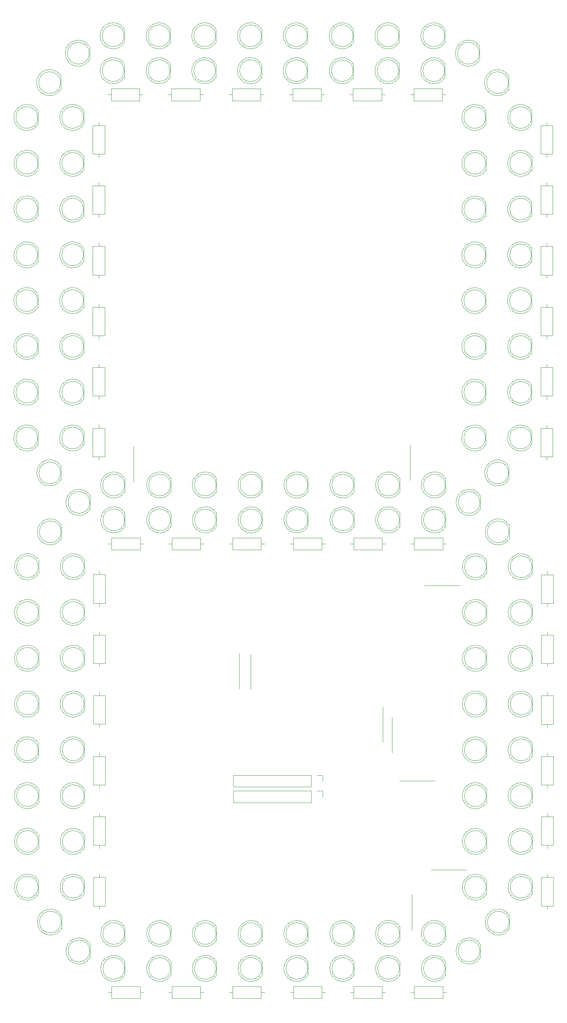
<source format=gto>
%TF.GenerationSoftware,KiCad,Pcbnew,(6.0.6)*%
%TF.CreationDate,2022-10-07T01:39:02+08:00*%
%TF.ProjectId,7SegmentDisplay_DualLine_NoDriver_8Inches,37536567-6d65-46e7-9444-6973706c6179,rev?*%
%TF.SameCoordinates,Original*%
%TF.FileFunction,Legend,Top*%
%TF.FilePolarity,Positive*%
%FSLAX46Y46*%
G04 Gerber Fmt 4.6, Leading zero omitted, Abs format (unit mm)*
G04 Created by KiCad (PCBNEW (6.0.6)) date 2022-10-07 01:39:02*
%MOMM*%
%LPD*%
G01*
G04 APERTURE LIST*
%ADD10C,0.120000*%
%ADD11R,1.800000X1.800000*%
%ADD12C,1.800000*%
%ADD13C,1.600000*%
%ADD14O,1.600000X1.600000*%
%ADD15C,1.400000*%
%ADD16O,1.400000X1.400000*%
%ADD17C,0.900000*%
%ADD18C,8.000000*%
%ADD19R,1.700000X1.700000*%
%ADD20O,1.700000X1.700000*%
G04 APERTURE END LIST*
D10*
%TO.C,REF\u002A\u002A*%
X408907500Y-84775000D02*
X408907500Y-81685000D01*
X408907500Y-81685170D02*
G75*
G03*
X403357500Y-83230462I-2560000J-1544830D01*
G01*
X403357500Y-83229538D02*
G75*
G03*
X408907500Y-84774830I2990000J-462D01*
G01*
X408847500Y-83230000D02*
G75*
G03*
X408847500Y-83230000I-2500000J0D01*
G01*
X326062500Y-177015000D02*
X326062500Y-173925000D01*
X326062500Y-173925170D02*
G75*
G03*
X320512500Y-175470462I-2560000J-1544830D01*
G01*
X320512500Y-175469538D02*
G75*
G03*
X326062500Y-177014830I2990000J-462D01*
G01*
X326002500Y-175470000D02*
G75*
G03*
X326002500Y-175470000I-2500000J0D01*
G01*
X325945000Y-21495000D02*
X325945000Y-18405000D01*
X320395000Y-19949538D02*
G75*
G03*
X325945000Y-21494830I2990000J-462D01*
G01*
X325945000Y-18405170D02*
G75*
G03*
X320395000Y-19950462I-2560000J-1544830D01*
G01*
X325885000Y-19950000D02*
G75*
G03*
X325885000Y-19950000I-2500000J0D01*
G01*
X326077500Y-156015000D02*
X326077500Y-152925000D01*
X326077500Y-152925170D02*
G75*
G03*
X320527500Y-154470462I-2560000J-1544830D01*
G01*
X320527500Y-154469538D02*
G75*
G03*
X326077500Y-156014830I2990000J-462D01*
G01*
X326017500Y-154470000D02*
G75*
G03*
X326017500Y-154470000I-2500000J0D01*
G01*
X419405000Y-195645000D02*
X419405000Y-192555000D01*
X413855000Y-194099538D02*
G75*
G03*
X419405000Y-195644830I2990000J-462D01*
G01*
X419405000Y-192555170D02*
G75*
G03*
X413855000Y-194100462I-2560000J-1544830D01*
G01*
X419345000Y-194100000D02*
G75*
G03*
X419345000Y-194100000I-2500000J0D01*
G01*
X427365000Y-191645000D02*
X427365000Y-188555000D01*
X427365000Y-188555170D02*
G75*
G03*
X421815000Y-190100462I-2560000J-1544830D01*
G01*
X421815000Y-190099538D02*
G75*
G03*
X427365000Y-191644830I2990000J-462D01*
G01*
X427305000Y-190100000D02*
G75*
G03*
X427305000Y-190100000I-2500000J0D01*
G01*
X341382500Y-138070000D02*
X341382500Y-131530000D01*
X338642500Y-138070000D02*
X341382500Y-138070000D01*
X340012500Y-138840000D02*
X340012500Y-138070000D01*
X340012500Y-130760000D02*
X340012500Y-131530000D01*
X338642500Y-131530000D02*
X338642500Y-138070000D01*
X341382500Y-131530000D02*
X338642500Y-131530000D01*
X325945000Y-31995000D02*
X325945000Y-28905000D01*
X320395000Y-30449538D02*
G75*
G03*
X325945000Y-31994830I2990000J-462D01*
G01*
X325945000Y-28905170D02*
G75*
G03*
X320395000Y-30450462I-2560000J-1544830D01*
G01*
X325885000Y-30450000D02*
G75*
G03*
X325885000Y-30450000I-2500000J0D01*
G01*
X428680000Y-505000D02*
X428680000Y2585000D01*
X423130000Y1040462D02*
G75*
G03*
X428680000Y-504830I2990000J-462D01*
G01*
X428680000Y2584830D02*
G75*
G03*
X423130000Y1039538I-2560000J-1544830D01*
G01*
X428620000Y1040000D02*
G75*
G03*
X428620000Y1040000I-2500000J0D01*
G01*
X439165000Y-42505000D02*
X439165000Y-39415000D01*
X439165000Y-39415170D02*
G75*
G03*
X433615000Y-40960462I-2560000J-1544830D01*
G01*
X433615000Y-40959538D02*
G75*
G03*
X439165000Y-42504830I2990000J-462D01*
G01*
X439105000Y-40960000D02*
G75*
G03*
X439105000Y-40960000I-2500000J0D01*
G01*
X356275000Y18245000D02*
X356275000Y21335000D01*
X350725000Y19790462D02*
G75*
G03*
X356275000Y18245170I2990000J-462D01*
G01*
X356275000Y21334830D02*
G75*
G03*
X350725000Y19789538I-2560000J-1544830D01*
G01*
X356215000Y19790000D02*
G75*
G03*
X356215000Y19790000I-2500000J0D01*
G01*
X408775000Y18245000D02*
X408775000Y21335000D01*
X408775000Y21334830D02*
G75*
G03*
X403225000Y19789538I-2560000J-1544830D01*
G01*
X403225000Y19790462D02*
G75*
G03*
X408775000Y18245170I2990000J-462D01*
G01*
X408715000Y19790000D02*
G75*
G03*
X408715000Y19790000I-2500000J0D01*
G01*
X336445000Y-31995000D02*
X336445000Y-28905000D01*
X336445000Y-28905170D02*
G75*
G03*
X330895000Y-30450462I-2560000J-1544830D01*
G01*
X330895000Y-30449538D02*
G75*
G03*
X336445000Y-31994830I2990000J-462D01*
G01*
X336385000Y-30450000D02*
G75*
G03*
X336385000Y-30450000I-2500000J0D01*
G01*
X398405000Y-195645000D02*
X398405000Y-192555000D01*
X398405000Y-192555170D02*
G75*
G03*
X392855000Y-194100462I-2560000J-1544830D01*
G01*
X392855000Y-194099538D02*
G75*
G03*
X398405000Y-195644830I2990000J-462D01*
G01*
X398345000Y-194100000D02*
G75*
G03*
X398345000Y-194100000I-2500000J0D01*
G01*
X419405000Y-187645000D02*
X419405000Y-184555000D01*
X413855000Y-186099538D02*
G75*
G03*
X419405000Y-187644830I2990000J-462D01*
G01*
X419405000Y-184555170D02*
G75*
G03*
X413855000Y-186100462I-2560000J-1544830D01*
G01*
X419345000Y-186100000D02*
G75*
G03*
X419345000Y-186100000I-2500000J0D01*
G01*
X442615000Y-49750000D02*
X442615000Y-48980000D01*
X441245000Y-48980000D02*
X443985000Y-48980000D01*
X442615000Y-41670000D02*
X442615000Y-42440000D01*
X443985000Y-48980000D02*
X443985000Y-42440000D01*
X443985000Y-42440000D02*
X441245000Y-42440000D01*
X441245000Y-42440000D02*
X441245000Y-48980000D01*
X428797500Y-177025000D02*
X428797500Y-173935000D01*
X423247500Y-175479538D02*
G75*
G03*
X428797500Y-177024830I2990000J-462D01*
G01*
X428797500Y-173935170D02*
G75*
G03*
X423247500Y-175480462I-2560000J-1544830D01*
G01*
X428737500Y-175480000D02*
G75*
G03*
X428737500Y-175480000I-2500000J0D01*
G01*
X428665000Y-42505000D02*
X428665000Y-39415000D01*
X428665000Y-39415170D02*
G75*
G03*
X423115000Y-40960462I-2560000J-1544830D01*
G01*
X423115000Y-40959538D02*
G75*
G03*
X428665000Y-42504830I2990000J-462D01*
G01*
X428605000Y-40960000D02*
G75*
G03*
X428605000Y-40960000I-2500000J0D01*
G01*
X428812500Y-166525000D02*
X428812500Y-163435000D01*
X428812500Y-163435170D02*
G75*
G03*
X423262500Y-164980462I-2560000J-1544830D01*
G01*
X423262500Y-164979538D02*
G75*
G03*
X428812500Y-166524830I2990000J-462D01*
G01*
X428752500Y-164980000D02*
G75*
G03*
X428752500Y-164980000I-2500000J0D01*
G01*
X331170000Y7505000D02*
X331170000Y10595000D01*
X331170000Y10594830D02*
G75*
G03*
X325620000Y9049538I-2560000J-1544830D01*
G01*
X325620000Y9050462D02*
G75*
G03*
X331170000Y7505170I2990000J-462D01*
G01*
X331110000Y9050000D02*
G75*
G03*
X331110000Y9050000I-2500000J0D01*
G01*
X398407500Y-84775000D02*
X398407500Y-81685000D01*
X392857500Y-83229538D02*
G75*
G03*
X398407500Y-84774830I2990000J-462D01*
G01*
X398407500Y-81685170D02*
G75*
G03*
X392857500Y-83230462I-2560000J-1544830D01*
G01*
X398347500Y-83230000D02*
G75*
G03*
X398347500Y-83230000I-2500000J0D01*
G01*
X441245000Y-28520000D02*
X441245000Y-35060000D01*
X443985000Y-35060000D02*
X443985000Y-28520000D01*
X441245000Y-35060000D02*
X443985000Y-35060000D01*
X442615000Y-27750000D02*
X442615000Y-28520000D01*
X443985000Y-28520000D02*
X441245000Y-28520000D01*
X442615000Y-35830000D02*
X442615000Y-35060000D01*
X377235000Y18245000D02*
X377235000Y21335000D01*
X371685000Y19790462D02*
G75*
G03*
X377235000Y18245170I2990000J-462D01*
G01*
X377235000Y21334830D02*
G75*
G03*
X371685000Y19789538I-2560000J-1544830D01*
G01*
X377175000Y19790000D02*
G75*
G03*
X377175000Y19790000I-2500000J0D01*
G01*
X441245000Y-76730000D02*
X443985000Y-76730000D01*
X441245000Y-70190000D02*
X441245000Y-76730000D01*
X443985000Y-76730000D02*
X443985000Y-70190000D01*
X442615000Y-77500000D02*
X442615000Y-76730000D01*
X443985000Y-70190000D02*
X441245000Y-70190000D01*
X442615000Y-69420000D02*
X442615000Y-70190000D01*
X387735000Y18245000D02*
X387735000Y21335000D01*
X387735000Y21334830D02*
G75*
G03*
X382185000Y19789538I-2560000J-1544830D01*
G01*
X382185000Y19790462D02*
G75*
G03*
X387735000Y18245170I2990000J-462D01*
G01*
X387675000Y19790000D02*
G75*
G03*
X387675000Y19790000I-2500000J0D01*
G01*
X347830000Y-82464000D02*
X347830000Y-74336000D01*
X356275000Y10245000D02*
X356275000Y13335000D01*
X350725000Y11790462D02*
G75*
G03*
X356275000Y10245170I2990000J-462D01*
G01*
X356275000Y13334830D02*
G75*
G03*
X350725000Y11789538I-2560000J-1544830D01*
G01*
X356215000Y11790000D02*
G75*
G03*
X356215000Y11790000I-2500000J0D01*
G01*
X428812500Y-124525000D02*
X428812500Y-121435000D01*
X423262500Y-122979538D02*
G75*
G03*
X428812500Y-124524830I2990000J-462D01*
G01*
X428812500Y-121435170D02*
G75*
G03*
X423262500Y-122980462I-2560000J-1544830D01*
G01*
X428752500Y-122980000D02*
G75*
G03*
X428752500Y-122980000I-2500000J0D01*
G01*
X338510000Y-70180000D02*
X338510000Y-76720000D01*
X341250000Y-70180000D02*
X338510000Y-70180000D01*
X339880000Y-77490000D02*
X339880000Y-76720000D01*
X338510000Y-76720000D02*
X341250000Y-76720000D01*
X341250000Y-76720000D02*
X341250000Y-70180000D01*
X339880000Y-69410000D02*
X339880000Y-70180000D01*
X337890000Y-191645000D02*
X337890000Y-188555000D01*
X332340000Y-190099538D02*
G75*
G03*
X337890000Y-191644830I2990000J-462D01*
G01*
X337890000Y-188555170D02*
G75*
G03*
X332340000Y-190100462I-2560000J-1544830D01*
G01*
X337830000Y-190100000D02*
G75*
G03*
X337830000Y-190100000I-2500000J0D01*
G01*
X341382500Y-103780000D02*
X338642500Y-103780000D01*
X340012500Y-111090000D02*
X340012500Y-110320000D01*
X338642500Y-103780000D02*
X338642500Y-110320000D01*
X341382500Y-110320000D02*
X341382500Y-103780000D01*
X340012500Y-103010000D02*
X340012500Y-103780000D01*
X338642500Y-110320000D02*
X341382500Y-110320000D01*
X340012500Y-124920000D02*
X340012500Y-124150000D01*
X338642500Y-124150000D02*
X341382500Y-124150000D01*
X338642500Y-117610000D02*
X338642500Y-124150000D01*
X341382500Y-117610000D02*
X338642500Y-117610000D01*
X341382500Y-124150000D02*
X341382500Y-117610000D01*
X340012500Y-116840000D02*
X340012500Y-117610000D01*
X337892500Y-88775000D02*
X337892500Y-85685000D01*
X337892500Y-85685170D02*
G75*
G03*
X332342500Y-87230462I-2560000J-1544830D01*
G01*
X332342500Y-87229538D02*
G75*
G03*
X337892500Y-88774830I2990000J-462D01*
G01*
X337832500Y-87230000D02*
G75*
G03*
X337832500Y-87230000I-2500000J0D01*
G01*
X326062500Y-145515000D02*
X326062500Y-142425000D01*
X326062500Y-142425170D02*
G75*
G03*
X320512500Y-143970462I-2560000J-1544830D01*
G01*
X320512500Y-143969538D02*
G75*
G03*
X326062500Y-145514830I2990000J-462D01*
G01*
X326002500Y-143970000D02*
G75*
G03*
X326002500Y-143970000I-2500000J0D01*
G01*
X411730000Y-185254000D02*
X411730000Y-177126000D01*
X441377500Y-152000000D02*
X444117500Y-152000000D01*
X441377500Y-145460000D02*
X441377500Y-152000000D01*
X442747500Y-144690000D02*
X442747500Y-145460000D01*
X442747500Y-152770000D02*
X442747500Y-152000000D01*
X444117500Y-152000000D02*
X444117500Y-145460000D01*
X444117500Y-145460000D02*
X441377500Y-145460000D01*
X387867500Y-84775000D02*
X387867500Y-81685000D01*
X387867500Y-81685170D02*
G75*
G03*
X382317500Y-83230462I-2560000J-1544830D01*
G01*
X382317500Y-83229538D02*
G75*
G03*
X387867500Y-84774830I2990000J-462D01*
G01*
X387807500Y-83230000D02*
G75*
G03*
X387807500Y-83230000I-2500000J0D01*
G01*
X408775000Y10245000D02*
X408775000Y13335000D01*
X408775000Y13334830D02*
G75*
G03*
X403225000Y11789538I-2560000J-1544830D01*
G01*
X403225000Y11790462D02*
G75*
G03*
X408775000Y10245170I2990000J-462D01*
G01*
X408715000Y11790000D02*
G75*
G03*
X408715000Y11790000I-2500000J0D01*
G01*
X377365000Y-195645000D02*
X377365000Y-192555000D01*
X377365000Y-192555170D02*
G75*
G03*
X371815000Y-194100462I-2560000J-1544830D01*
G01*
X371815000Y-194099538D02*
G75*
G03*
X377365000Y-195644830I2990000J-462D01*
G01*
X377305000Y-194100000D02*
G75*
G03*
X377305000Y-194100000I-2500000J0D01*
G01*
X398275000Y18245000D02*
X398275000Y21335000D01*
X398275000Y21334830D02*
G75*
G03*
X392725000Y19789538I-2560000J-1544830D01*
G01*
X392725000Y19790462D02*
G75*
G03*
X398275000Y18245170I2990000J-462D01*
G01*
X398215000Y19790000D02*
G75*
G03*
X398215000Y19790000I-2500000J0D01*
G01*
X428680000Y-63505000D02*
X428680000Y-60415000D01*
X428680000Y-60415170D02*
G75*
G03*
X423130000Y-61960462I-2560000J-1544830D01*
G01*
X423130000Y-61959538D02*
G75*
G03*
X428680000Y-63504830I2990000J-462D01*
G01*
X428620000Y-61960000D02*
G75*
G03*
X428620000Y-61960000I-2500000J0D01*
G01*
X341382500Y-159280000D02*
X338642500Y-159280000D01*
X340012500Y-166590000D02*
X340012500Y-165820000D01*
X341382500Y-165820000D02*
X341382500Y-159280000D01*
X338642500Y-165820000D02*
X341382500Y-165820000D01*
X340012500Y-158510000D02*
X340012500Y-159280000D01*
X338642500Y-159280000D02*
X338642500Y-165820000D01*
X356407500Y-84775000D02*
X356407500Y-81685000D01*
X350857500Y-83229538D02*
G75*
G03*
X356407500Y-84774830I2990000J-462D01*
G01*
X356407500Y-81685170D02*
G75*
G03*
X350857500Y-83230462I-2560000J-1544830D01*
G01*
X356347500Y-83230000D02*
G75*
G03*
X356347500Y-83230000I-2500000J0D01*
G01*
X408905000Y-187645000D02*
X408905000Y-184555000D01*
X408905000Y-184555170D02*
G75*
G03*
X403355000Y-186100462I-2560000J-1544830D01*
G01*
X403355000Y-186099538D02*
G75*
G03*
X408905000Y-187644830I2990000J-462D01*
G01*
X408845000Y-186100000D02*
G75*
G03*
X408845000Y-186100000I-2500000J0D01*
G01*
X363070000Y4920000D02*
X363070000Y7660000D01*
X356530000Y4920000D02*
X363070000Y4920000D01*
X363840000Y6290000D02*
X363070000Y6290000D01*
X355760000Y6290000D02*
X356530000Y6290000D01*
X363070000Y7660000D02*
X356530000Y7660000D01*
X356530000Y7660000D02*
X356530000Y4920000D01*
X405640000Y-199600000D02*
X404870000Y-199600000D01*
X398330000Y-200970000D02*
X404870000Y-200970000D01*
X397560000Y-199600000D02*
X398330000Y-199600000D01*
X404870000Y-198230000D02*
X398330000Y-198230000D01*
X404870000Y-200970000D02*
X404870000Y-198230000D01*
X398330000Y-198230000D02*
X398330000Y-200970000D01*
X419407500Y-84775000D02*
X419407500Y-81685000D01*
X419407500Y-81685170D02*
G75*
G03*
X413857500Y-83230462I-2560000J-1544830D01*
G01*
X413857500Y-83229538D02*
G75*
G03*
X419407500Y-84774830I2990000J-462D01*
G01*
X419347500Y-83230000D02*
G75*
G03*
X419347500Y-83230000I-2500000J0D01*
G01*
X325930000Y-42495000D02*
X325930000Y-39405000D01*
X325930000Y-39405170D02*
G75*
G03*
X320380000Y-40950462I-2560000J-1544830D01*
G01*
X320380000Y-40949538D02*
G75*
G03*
X325930000Y-42494830I2990000J-462D01*
G01*
X325870000Y-40950000D02*
G75*
G03*
X325870000Y-40950000I-2500000J0D01*
G01*
X339880000Y-27740000D02*
X339880000Y-28510000D01*
X341250000Y-35050000D02*
X341250000Y-28510000D01*
X341250000Y-28510000D02*
X338510000Y-28510000D01*
X338510000Y-28510000D02*
X338510000Y-35050000D01*
X339880000Y-35820000D02*
X339880000Y-35050000D01*
X338510000Y-35050000D02*
X341250000Y-35050000D01*
X331195000Y-81995000D02*
X331195000Y-78905000D01*
X325645000Y-80449538D02*
G75*
G03*
X331195000Y-81994830I2990000J-462D01*
G01*
X331195000Y-78905170D02*
G75*
G03*
X325645000Y-80450462I-2560000J-1544830D01*
G01*
X331135000Y-80450000D02*
G75*
G03*
X331135000Y-80450000I-2500000J0D01*
G01*
X336577500Y-156015000D02*
X336577500Y-152925000D01*
X331027500Y-154469538D02*
G75*
G03*
X336577500Y-156014830I2990000J-462D01*
G01*
X336577500Y-152925170D02*
G75*
G03*
X331027500Y-154470462I-2560000J-1544830D01*
G01*
X336517500Y-154470000D02*
G75*
G03*
X336517500Y-154470000I-2500000J0D01*
G01*
X418660000Y7660000D02*
X412120000Y7660000D01*
X419430000Y6290000D02*
X418660000Y6290000D01*
X412120000Y4920000D02*
X418660000Y4920000D01*
X411350000Y6290000D02*
X412120000Y6290000D01*
X418660000Y4920000D02*
X418660000Y7660000D01*
X412120000Y7660000D02*
X412120000Y4920000D01*
X428680000Y-21505000D02*
X428680000Y-18415000D01*
X428680000Y-18415170D02*
G75*
G03*
X423130000Y-19960462I-2560000J-1544830D01*
G01*
X423130000Y-19959538D02*
G75*
G03*
X428680000Y-21504830I2990000J-462D01*
G01*
X428620000Y-19960000D02*
G75*
G03*
X428620000Y-19960000I-2500000J0D01*
G01*
X434062500Y-185025000D02*
X434062500Y-181935000D01*
X434062500Y-181935170D02*
G75*
G03*
X428512500Y-183480462I-2560000J-1544830D01*
G01*
X428512500Y-183479538D02*
G75*
G03*
X434062500Y-185024830I2990000J-462D01*
G01*
X434002500Y-183480000D02*
G75*
G03*
X434002500Y-183480000I-2500000J0D01*
G01*
X336445000Y-495000D02*
X336445000Y2595000D01*
X330895000Y1050462D02*
G75*
G03*
X336445000Y-494830I2990000J-462D01*
G01*
X336445000Y2594830D02*
G75*
G03*
X330895000Y1049538I-2560000J-1544830D01*
G01*
X336385000Y1050000D02*
G75*
G03*
X336385000Y1050000I-2500000J0D01*
G01*
X443985000Y-14600000D02*
X441245000Y-14600000D01*
X443985000Y-21140000D02*
X443985000Y-14600000D01*
X442615000Y-21910000D02*
X442615000Y-21140000D01*
X441245000Y-21140000D02*
X443985000Y-21140000D01*
X442615000Y-13830000D02*
X442615000Y-14600000D01*
X441245000Y-14600000D02*
X441245000Y-21140000D01*
X428797500Y-145525000D02*
X428797500Y-142435000D01*
X428797500Y-142435170D02*
G75*
G03*
X423247500Y-143980462I-2560000J-1544830D01*
G01*
X423247500Y-143979538D02*
G75*
G03*
X428797500Y-145524830I2990000J-462D01*
G01*
X428737500Y-143980000D02*
G75*
G03*
X428737500Y-143980000I-2500000J0D01*
G01*
X345867500Y-92775000D02*
X345867500Y-89685000D01*
X345867500Y-89685170D02*
G75*
G03*
X340317500Y-91230462I-2560000J-1544830D01*
G01*
X340317500Y-91229538D02*
G75*
G03*
X345867500Y-92774830I2990000J-462D01*
G01*
X345807500Y-91230000D02*
G75*
G03*
X345807500Y-91230000I-2500000J0D01*
G01*
X444117500Y-138080000D02*
X444117500Y-131540000D01*
X442747500Y-130770000D02*
X442747500Y-131540000D01*
X441377500Y-131540000D02*
X441377500Y-138080000D01*
X444117500Y-131540000D02*
X441377500Y-131540000D01*
X442747500Y-138850000D02*
X442747500Y-138080000D01*
X441377500Y-138080000D02*
X444117500Y-138080000D01*
X439180000Y-505000D02*
X439180000Y2585000D01*
X433630000Y1040462D02*
G75*
G03*
X439180000Y-504830I2990000J-462D01*
G01*
X439180000Y2584830D02*
G75*
G03*
X433630000Y1039538I-2560000J-1544830D01*
G01*
X439120000Y1040000D02*
G75*
G03*
X439120000Y1040000I-2500000J0D01*
G01*
X363972500Y-96730000D02*
X363202500Y-96730000D01*
X356662500Y-98100000D02*
X363202500Y-98100000D01*
X363202500Y-98100000D02*
X363202500Y-95360000D01*
X355892500Y-96730000D02*
X356662500Y-96730000D01*
X363202500Y-95360000D02*
X356662500Y-95360000D01*
X356662500Y-95360000D02*
X356662500Y-98100000D01*
X326077500Y-103515000D02*
X326077500Y-100425000D01*
X326077500Y-100425170D02*
G75*
G03*
X320527500Y-101970462I-2560000J-1544830D01*
G01*
X320527500Y-101969538D02*
G75*
G03*
X326077500Y-103514830I2990000J-462D01*
G01*
X326017500Y-101970000D02*
G75*
G03*
X326017500Y-101970000I-2500000J0D01*
G01*
X428812500Y-103525000D02*
X428812500Y-100435000D01*
X428812500Y-100435170D02*
G75*
G03*
X423262500Y-101980462I-2560000J-1544830D01*
G01*
X423262500Y-101979538D02*
G75*
G03*
X428812500Y-103524830I2990000J-462D01*
G01*
X428752500Y-101980000D02*
G75*
G03*
X428752500Y-101980000I-2500000J0D01*
G01*
X336445000Y-63495000D02*
X336445000Y-60405000D01*
X336445000Y-60405170D02*
G75*
G03*
X330895000Y-61950462I-2560000J-1544830D01*
G01*
X330895000Y-61949538D02*
G75*
G03*
X336445000Y-63494830I2990000J-462D01*
G01*
X336385000Y-61950000D02*
G75*
G03*
X336385000Y-61950000I-2500000J0D01*
G01*
X336577500Y-166515000D02*
X336577500Y-163425000D01*
X336577500Y-163425170D02*
G75*
G03*
X331027500Y-164970462I-2560000J-1544830D01*
G01*
X331027500Y-164969538D02*
G75*
G03*
X336577500Y-166514830I2990000J-462D01*
G01*
X336517500Y-164970000D02*
G75*
G03*
X336517500Y-164970000I-2500000J0D01*
G01*
X439180000Y-63505000D02*
X439180000Y-60415000D01*
X433630000Y-61959538D02*
G75*
G03*
X439180000Y-63504830I2990000J-462D01*
G01*
X439180000Y-60415170D02*
G75*
G03*
X433630000Y-61960462I-2560000J-1544830D01*
G01*
X439120000Y-61960000D02*
G75*
G03*
X439120000Y-61960000I-2500000J0D01*
G01*
X339880000Y-63570000D02*
X339880000Y-62800000D01*
X341250000Y-62800000D02*
X341250000Y-56260000D01*
X339880000Y-55490000D02*
X339880000Y-56260000D01*
X341250000Y-56260000D02*
X338510000Y-56260000D01*
X338510000Y-62800000D02*
X341250000Y-62800000D01*
X338510000Y-56260000D02*
X338510000Y-62800000D01*
X387735000Y10245000D02*
X387735000Y13335000D01*
X382185000Y11790462D02*
G75*
G03*
X387735000Y10245170I2990000J-462D01*
G01*
X387735000Y13334830D02*
G75*
G03*
X382185000Y11789538I-2560000J-1544830D01*
G01*
X387675000Y11790000D02*
G75*
G03*
X387675000Y11790000I-2500000J0D01*
G01*
X366735000Y10245000D02*
X366735000Y13335000D01*
X366735000Y13334830D02*
G75*
G03*
X361185000Y11789538I-2560000J-1544830D01*
G01*
X361185000Y11790462D02*
G75*
G03*
X366735000Y10245170I2990000J-462D01*
G01*
X366675000Y11790000D02*
G75*
G03*
X366675000Y11790000I-2500000J0D01*
G01*
X356660000Y-198230000D02*
X356660000Y-200970000D01*
X363970000Y-199600000D02*
X363200000Y-199600000D01*
X363200000Y-200970000D02*
X363200000Y-198230000D01*
X363200000Y-198230000D02*
X356660000Y-198230000D01*
X356660000Y-200970000D02*
X363200000Y-200970000D01*
X355890000Y-199600000D02*
X356660000Y-199600000D01*
X336430000Y-42495000D02*
X336430000Y-39405000D01*
X336430000Y-39405170D02*
G75*
G03*
X330880000Y-40950462I-2560000J-1544830D01*
G01*
X330880000Y-40949538D02*
G75*
G03*
X336430000Y-42494830I2990000J-462D01*
G01*
X336370000Y-40950000D02*
G75*
G03*
X336370000Y-40950000I-2500000J0D01*
G01*
X336430000Y-73995000D02*
X336430000Y-70905000D01*
X330880000Y-72449538D02*
G75*
G03*
X336430000Y-73994830I2990000J-462D01*
G01*
X336430000Y-70905170D02*
G75*
G03*
X330880000Y-72450462I-2560000J-1544830D01*
G01*
X336370000Y-72450000D02*
G75*
G03*
X336370000Y-72450000I-2500000J0D01*
G01*
X419407500Y-92775000D02*
X419407500Y-89685000D01*
X419407500Y-89685170D02*
G75*
G03*
X413857500Y-91230462I-2560000J-1544830D01*
G01*
X413857500Y-91229538D02*
G75*
G03*
X419407500Y-92774830I2990000J-462D01*
G01*
X419347500Y-91230000D02*
G75*
G03*
X419347500Y-91230000I-2500000J0D01*
G01*
X427235000Y14245000D02*
X427235000Y17335000D01*
X427235000Y17334830D02*
G75*
G03*
X421685000Y15789538I-2560000J-1544830D01*
G01*
X421685000Y15790462D02*
G75*
G03*
X427235000Y14245170I2990000J-462D01*
G01*
X427175000Y15790000D02*
G75*
G03*
X427175000Y15790000I-2500000J0D01*
G01*
X405010000Y-142214000D02*
X405010000Y-134086000D01*
X370582500Y-95360000D02*
X370582500Y-98100000D01*
X377122500Y-98100000D02*
X377122500Y-95360000D01*
X369812500Y-96730000D02*
X370582500Y-96730000D01*
X377122500Y-95360000D02*
X370582500Y-95360000D01*
X377892500Y-96730000D02*
X377122500Y-96730000D01*
X370582500Y-98100000D02*
X377122500Y-98100000D01*
X411290000Y-82194000D02*
X411290000Y-74066000D01*
X418792500Y-98100000D02*
X418792500Y-95360000D01*
X412252500Y-98100000D02*
X418792500Y-98100000D01*
X419562500Y-96730000D02*
X418792500Y-96730000D01*
X412252500Y-95360000D02*
X412252500Y-98100000D01*
X411482500Y-96730000D02*
X412252500Y-96730000D01*
X418792500Y-95360000D02*
X412252500Y-95360000D01*
X398405000Y-187645000D02*
X398405000Y-184555000D01*
X392855000Y-186099538D02*
G75*
G03*
X398405000Y-187644830I2990000J-462D01*
G01*
X398405000Y-184555170D02*
G75*
G03*
X392855000Y-186100462I-2560000J-1544830D01*
G01*
X398345000Y-186100000D02*
G75*
G03*
X398345000Y-186100000I-2500000J0D01*
G01*
X336445000Y-21495000D02*
X336445000Y-18405000D01*
X336445000Y-18405170D02*
G75*
G03*
X330895000Y-19950462I-2560000J-1544830D01*
G01*
X330895000Y-19949538D02*
G75*
G03*
X336445000Y-21494830I2990000J-462D01*
G01*
X336385000Y-19950000D02*
G75*
G03*
X336385000Y-19950000I-2500000J0D01*
G01*
X391812500Y-96730000D02*
X391042500Y-96730000D01*
X391042500Y-98100000D02*
X391042500Y-95360000D01*
X391042500Y-95360000D02*
X384502500Y-95360000D01*
X384502500Y-95360000D02*
X384502500Y-98100000D01*
X383732500Y-96730000D02*
X384502500Y-96730000D01*
X384502500Y-98100000D02*
X391042500Y-98100000D01*
X439312500Y-166525000D02*
X439312500Y-163435000D01*
X433762500Y-164979538D02*
G75*
G03*
X439312500Y-166524830I2990000J-462D01*
G01*
X439312500Y-163435170D02*
G75*
G03*
X433762500Y-164980462I-2560000J-1544830D01*
G01*
X439252500Y-164980000D02*
G75*
G03*
X439252500Y-164980000I-2500000J0D01*
G01*
X341250000Y-42430000D02*
X338510000Y-42430000D01*
X338510000Y-42430000D02*
X338510000Y-48970000D01*
X339880000Y-49740000D02*
X339880000Y-48970000D01*
X338510000Y-48970000D02*
X341250000Y-48970000D01*
X341250000Y-48970000D02*
X341250000Y-42430000D01*
X339880000Y-41660000D02*
X339880000Y-42430000D01*
X339880000Y-13820000D02*
X339880000Y-14590000D01*
X339880000Y-21900000D02*
X339880000Y-21130000D01*
X338510000Y-14590000D02*
X338510000Y-21130000D01*
X338510000Y-21130000D02*
X341250000Y-21130000D01*
X341250000Y-14590000D02*
X338510000Y-14590000D01*
X341250000Y-21130000D02*
X341250000Y-14590000D01*
X377365000Y-187645000D02*
X377365000Y-184555000D01*
X371815000Y-186099538D02*
G75*
G03*
X377365000Y-187644830I2990000J-462D01*
G01*
X377365000Y-184555170D02*
G75*
G03*
X371815000Y-186100462I-2560000J-1544830D01*
G01*
X377305000Y-186100000D02*
G75*
G03*
X377305000Y-186100000I-2500000J0D01*
G01*
X439312500Y-124525000D02*
X439312500Y-121435000D01*
X439312500Y-121435170D02*
G75*
G03*
X433762500Y-122980462I-2560000J-1544830D01*
G01*
X433762500Y-122979538D02*
G75*
G03*
X439312500Y-124524830I2990000J-462D01*
G01*
X439252500Y-122980000D02*
G75*
G03*
X439252500Y-122980000I-2500000J0D01*
G01*
X443985000Y-770000D02*
X441245000Y-770000D01*
X442615000Y-8080000D02*
X442615000Y-7310000D01*
X441245000Y-7310000D02*
X443985000Y-7310000D01*
X442615000Y0D02*
X442615000Y-770000D01*
X441245000Y-770000D02*
X441245000Y-7310000D01*
X443985000Y-7310000D02*
X443985000Y-770000D01*
X342060000Y-199600000D02*
X342830000Y-199600000D01*
X349370000Y-200970000D02*
X349370000Y-198230000D01*
X350140000Y-199600000D02*
X349370000Y-199600000D01*
X349370000Y-198230000D02*
X342830000Y-198230000D01*
X342830000Y-198230000D02*
X342830000Y-200970000D01*
X342830000Y-200970000D02*
X349370000Y-200970000D01*
X439180000Y-21505000D02*
X439180000Y-18415000D01*
X439180000Y-18415170D02*
G75*
G03*
X433630000Y-19960462I-2560000J-1544830D01*
G01*
X433630000Y-19959538D02*
G75*
G03*
X439180000Y-21504830I2990000J-462D01*
G01*
X439120000Y-19960000D02*
G75*
G03*
X439120000Y-19960000I-2500000J0D01*
G01*
X383600000Y6290000D02*
X384370000Y6290000D01*
X384370000Y7660000D02*
X384370000Y4920000D01*
X390910000Y4920000D02*
X390910000Y7660000D01*
X384370000Y4920000D02*
X390910000Y4920000D01*
X391680000Y6290000D02*
X390910000Y6290000D01*
X390910000Y7660000D02*
X384370000Y7660000D01*
X336577500Y-103515000D02*
X336577500Y-100425000D01*
X331027500Y-101969538D02*
G75*
G03*
X336577500Y-103514830I2990000J-462D01*
G01*
X336577500Y-100425170D02*
G75*
G03*
X331027500Y-101970462I-2560000J-1544830D01*
G01*
X336517500Y-101970000D02*
G75*
G03*
X336517500Y-101970000I-2500000J0D01*
G01*
X325945000Y-52995000D02*
X325945000Y-49905000D01*
X325945000Y-49905170D02*
G75*
G03*
X320395000Y-51450462I-2560000J-1544830D01*
G01*
X320395000Y-51449538D02*
G75*
G03*
X325945000Y-52994830I2990000J-462D01*
G01*
X325885000Y-51450000D02*
G75*
G03*
X325885000Y-51450000I-2500000J0D01*
G01*
X377367500Y-84775000D02*
X377367500Y-81685000D01*
X377367500Y-81685170D02*
G75*
G03*
X371817500Y-83230462I-2560000J-1544830D01*
G01*
X371817500Y-83229538D02*
G75*
G03*
X377367500Y-84774830I2990000J-462D01*
G01*
X377307500Y-83230000D02*
G75*
G03*
X377307500Y-83230000I-2500000J0D01*
G01*
X441377500Y-103790000D02*
X441377500Y-110330000D01*
X441377500Y-110330000D02*
X444117500Y-110330000D01*
X444117500Y-110330000D02*
X444117500Y-103790000D01*
X444117500Y-103790000D02*
X441377500Y-103790000D01*
X442747500Y-103020000D02*
X442747500Y-103790000D01*
X442747500Y-111100000D02*
X442747500Y-110330000D01*
X427367500Y-88775000D02*
X427367500Y-85685000D01*
X427367500Y-85685170D02*
G75*
G03*
X421817500Y-87230462I-2560000J-1544830D01*
G01*
X421817500Y-87229538D02*
G75*
G03*
X427367500Y-88774830I2990000J-462D01*
G01*
X427307500Y-87230000D02*
G75*
G03*
X427307500Y-87230000I-2500000J0D01*
G01*
X428812500Y-135025000D02*
X428812500Y-131935000D01*
X423262500Y-133479538D02*
G75*
G03*
X428812500Y-135024830I2990000J-462D01*
G01*
X428812500Y-131935170D02*
G75*
G03*
X423262500Y-133480462I-2560000J-1544830D01*
G01*
X428752500Y-133480000D02*
G75*
G03*
X428752500Y-133480000I-2500000J0D01*
G01*
X439165000Y-74005000D02*
X439165000Y-70915000D01*
X439165000Y-70915170D02*
G75*
G03*
X433615000Y-72460462I-2560000J-1544830D01*
G01*
X433615000Y-72459538D02*
G75*
G03*
X439165000Y-74004830I2990000J-462D01*
G01*
X439105000Y-72460000D02*
G75*
G03*
X439105000Y-72460000I-2500000J0D01*
G01*
X422744000Y-106290000D02*
X414616000Y-106290000D01*
X336577500Y-124515000D02*
X336577500Y-121425000D01*
X331027500Y-122969538D02*
G75*
G03*
X336577500Y-124514830I2990000J-462D01*
G01*
X336577500Y-121425170D02*
G75*
G03*
X331027500Y-122970462I-2560000J-1544830D01*
G01*
X336517500Y-122970000D02*
G75*
G03*
X336517500Y-122970000I-2500000J0D01*
G01*
X439180000Y-32005000D02*
X439180000Y-28915000D01*
X433630000Y-30459538D02*
G75*
G03*
X439180000Y-32004830I2990000J-462D01*
G01*
X439180000Y-28915170D02*
G75*
G03*
X433630000Y-30460462I-2560000J-1544830D01*
G01*
X439120000Y-30460000D02*
G75*
G03*
X439120000Y-30460000I-2500000J0D01*
G01*
X439297500Y-177025000D02*
X439297500Y-173935000D01*
X439297500Y-173935170D02*
G75*
G03*
X433747500Y-175480462I-2560000J-1544830D01*
G01*
X433747500Y-175479538D02*
G75*
G03*
X439297500Y-177024830I2990000J-462D01*
G01*
X439237500Y-175480000D02*
G75*
G03*
X439237500Y-175480000I-2500000J0D01*
G01*
X428680000Y-53005000D02*
X428680000Y-49915000D01*
X423130000Y-51459538D02*
G75*
G03*
X428680000Y-53004830I2990000J-462D01*
G01*
X428680000Y-49915170D02*
G75*
G03*
X423130000Y-51460462I-2560000J-1544830D01*
G01*
X428620000Y-51460000D02*
G75*
G03*
X428620000Y-51460000I-2500000J0D01*
G01*
X366867500Y-92775000D02*
X366867500Y-89685000D01*
X366867500Y-89685170D02*
G75*
G03*
X361317500Y-91230462I-2560000J-1544830D01*
G01*
X361317500Y-91229538D02*
G75*
G03*
X366867500Y-92774830I2990000J-462D01*
G01*
X366807500Y-91230000D02*
G75*
G03*
X366807500Y-91230000I-2500000J0D01*
G01*
X439312500Y-156025000D02*
X439312500Y-152935000D01*
X433762500Y-154479538D02*
G75*
G03*
X439312500Y-156024830I2990000J-462D01*
G01*
X439312500Y-152935170D02*
G75*
G03*
X433762500Y-154480462I-2560000J-1544830D01*
G01*
X439252500Y-154480000D02*
G75*
G03*
X439252500Y-154480000I-2500000J0D01*
G01*
X356405000Y-195645000D02*
X356405000Y-192555000D01*
X356405000Y-192555170D02*
G75*
G03*
X350855000Y-194100462I-2560000J-1544830D01*
G01*
X350855000Y-194099538D02*
G75*
G03*
X356405000Y-195644830I2990000J-462D01*
G01*
X356345000Y-194100000D02*
G75*
G03*
X356345000Y-194100000I-2500000J0D01*
G01*
X428680000Y-32005000D02*
X428680000Y-28915000D01*
X428680000Y-28915170D02*
G75*
G03*
X423130000Y-30460462I-2560000J-1544830D01*
G01*
X423130000Y-30459538D02*
G75*
G03*
X428680000Y-32004830I2990000J-462D01*
G01*
X428620000Y-30460000D02*
G75*
G03*
X428620000Y-30460000I-2500000J0D01*
G01*
X391810000Y-199600000D02*
X391040000Y-199600000D01*
X384500000Y-200970000D02*
X391040000Y-200970000D01*
X391040000Y-200970000D02*
X391040000Y-198230000D01*
X384500000Y-198230000D02*
X384500000Y-200970000D01*
X383730000Y-199600000D02*
X384500000Y-199600000D01*
X391040000Y-198230000D02*
X384500000Y-198230000D01*
X408905000Y-195645000D02*
X408905000Y-192555000D01*
X408905000Y-192555170D02*
G75*
G03*
X403355000Y-194100462I-2560000J-1544830D01*
G01*
X403355000Y-194099538D02*
G75*
G03*
X408905000Y-195644830I2990000J-462D01*
G01*
X408845000Y-194100000D02*
G75*
G03*
X408845000Y-194100000I-2500000J0D01*
G01*
X412250000Y-198230000D02*
X412250000Y-200970000D01*
X411480000Y-199600000D02*
X412250000Y-199600000D01*
X412250000Y-200970000D02*
X418790000Y-200970000D01*
X419560000Y-199600000D02*
X418790000Y-199600000D01*
X418790000Y-198230000D02*
X412250000Y-198230000D01*
X418790000Y-200970000D02*
X418790000Y-198230000D01*
X388595000Y-153380000D02*
X370755000Y-153380000D01*
X388595000Y-156040000D02*
X370755000Y-156040000D01*
X388595000Y-153380000D02*
X388595000Y-156040000D01*
X370755000Y-153380000D02*
X370755000Y-156040000D01*
X391195000Y-153380000D02*
X391195000Y-154710000D01*
X389865000Y-153380000D02*
X391195000Y-153380000D01*
X404740000Y4920000D02*
X404740000Y7660000D01*
X398200000Y7660000D02*
X398200000Y4920000D01*
X404740000Y7660000D02*
X398200000Y7660000D01*
X398200000Y4920000D02*
X404740000Y4920000D01*
X397430000Y6290000D02*
X398200000Y6290000D01*
X405510000Y6290000D02*
X404740000Y6290000D01*
X336577500Y-135015000D02*
X336577500Y-131925000D01*
X336577500Y-131925170D02*
G75*
G03*
X331027500Y-133470462I-2560000J-1544830D01*
G01*
X331027500Y-133469538D02*
G75*
G03*
X336577500Y-135014830I2990000J-462D01*
G01*
X336517500Y-133470000D02*
G75*
G03*
X336517500Y-133470000I-2500000J0D01*
G01*
X444117500Y-117620000D02*
X441377500Y-117620000D01*
X442747500Y-116850000D02*
X442747500Y-117620000D01*
X444117500Y-124160000D02*
X444117500Y-117620000D01*
X441377500Y-117620000D02*
X441377500Y-124160000D01*
X441377500Y-124160000D02*
X444117500Y-124160000D01*
X442747500Y-124930000D02*
X442747500Y-124160000D01*
X424214000Y-171480000D02*
X416086000Y-171480000D01*
X442747500Y-166600000D02*
X442747500Y-165830000D01*
X441377500Y-165830000D02*
X444117500Y-165830000D01*
X442747500Y-158520000D02*
X442747500Y-159290000D01*
X444117500Y-165830000D02*
X444117500Y-159290000D01*
X441377500Y-159290000D02*
X441377500Y-165830000D01*
X444117500Y-159290000D02*
X441377500Y-159290000D01*
X441377500Y-173210000D02*
X441377500Y-179750000D01*
X442747500Y-180520000D02*
X442747500Y-179750000D01*
X444117500Y-179750000D02*
X444117500Y-173210000D01*
X441377500Y-179750000D02*
X444117500Y-179750000D01*
X442747500Y-172440000D02*
X442747500Y-173210000D01*
X444117500Y-173210000D02*
X441377500Y-173210000D01*
X434037500Y-95525000D02*
X434037500Y-92435000D01*
X434037500Y-92435170D02*
G75*
G03*
X428487500Y-93980462I-2560000J-1544830D01*
G01*
X428487500Y-93979538D02*
G75*
G03*
X434037500Y-95524830I2990000J-462D01*
G01*
X433977500Y-93980000D02*
G75*
G03*
X433977500Y-93980000I-2500000J0D01*
G01*
X345735000Y10245000D02*
X345735000Y13335000D01*
X340185000Y11790462D02*
G75*
G03*
X345735000Y10245170I2990000J-462D01*
G01*
X345735000Y13334830D02*
G75*
G03*
X340185000Y11789538I-2560000J-1544830D01*
G01*
X345675000Y11790000D02*
G75*
G03*
X345675000Y11790000I-2500000J0D01*
G01*
X326077500Y-166515000D02*
X326077500Y-163425000D01*
X326077500Y-163425170D02*
G75*
G03*
X320527500Y-164970462I-2560000J-1544830D01*
G01*
X320527500Y-164969538D02*
G75*
G03*
X326077500Y-166514830I2990000J-462D01*
G01*
X326017500Y-164970000D02*
G75*
G03*
X326017500Y-164970000I-2500000J0D01*
G01*
X388590000Y-152430000D02*
X370750000Y-152430000D01*
X388590000Y-149770000D02*
X388590000Y-152430000D01*
X388590000Y-149770000D02*
X370750000Y-149770000D01*
X391190000Y-149770000D02*
X391190000Y-151100000D01*
X389860000Y-149770000D02*
X391190000Y-149770000D01*
X370750000Y-149770000D02*
X370750000Y-152430000D01*
X407130000Y-144624000D02*
X407130000Y-136496000D01*
X439312500Y-103525000D02*
X439312500Y-100435000D01*
X439312500Y-100435170D02*
G75*
G03*
X433762500Y-101980462I-2560000J-1544830D01*
G01*
X433762500Y-101979538D02*
G75*
G03*
X439312500Y-103524830I2990000J-462D01*
G01*
X439252500Y-101980000D02*
G75*
G03*
X439252500Y-101980000I-2500000J0D01*
G01*
X345865000Y-187645000D02*
X345865000Y-184555000D01*
X340315000Y-186099538D02*
G75*
G03*
X345865000Y-187644830I2990000J-462D01*
G01*
X345865000Y-184555170D02*
G75*
G03*
X340315000Y-186100462I-2560000J-1544830D01*
G01*
X345805000Y-186100000D02*
G75*
G03*
X345805000Y-186100000I-2500000J0D01*
G01*
X377890000Y-199600000D02*
X377120000Y-199600000D01*
X370580000Y-198230000D02*
X370580000Y-200970000D01*
X369810000Y-199600000D02*
X370580000Y-199600000D01*
X377120000Y-198230000D02*
X370580000Y-198230000D01*
X370580000Y-200970000D02*
X377120000Y-200970000D01*
X377120000Y-200970000D02*
X377120000Y-198230000D01*
X439297500Y-145525000D02*
X439297500Y-142435000D01*
X439297500Y-142435170D02*
G75*
G03*
X433747500Y-143980462I-2560000J-1544830D01*
G01*
X433747500Y-143979538D02*
G75*
G03*
X439297500Y-145524830I2990000J-462D01*
G01*
X439237500Y-143980000D02*
G75*
G03*
X439237500Y-143980000I-2500000J0D01*
G01*
X326077500Y-124515000D02*
X326077500Y-121425000D01*
X320527500Y-122969538D02*
G75*
G03*
X326077500Y-124514830I2990000J-462D01*
G01*
X326077500Y-121425170D02*
G75*
G03*
X320527500Y-122970462I-2560000J-1544830D01*
G01*
X326017500Y-122970000D02*
G75*
G03*
X326017500Y-122970000I-2500000J0D01*
G01*
X338510000Y-760000D02*
X338510000Y-7300000D01*
X339880000Y-8070000D02*
X339880000Y-7300000D01*
X339880000Y10000D02*
X339880000Y-760000D01*
X338510000Y-7300000D02*
X341250000Y-7300000D01*
X341250000Y-760000D02*
X338510000Y-760000D01*
X341250000Y-7300000D02*
X341250000Y-760000D01*
X428812500Y-156025000D02*
X428812500Y-152935000D01*
X423262500Y-154479538D02*
G75*
G03*
X428812500Y-156024830I2990000J-462D01*
G01*
X428812500Y-152935170D02*
G75*
G03*
X423262500Y-154480462I-2560000J-1544830D01*
G01*
X428752500Y-154480000D02*
G75*
G03*
X428752500Y-154480000I-2500000J0D01*
G01*
X336562500Y-145515000D02*
X336562500Y-142425000D01*
X331012500Y-143969538D02*
G75*
G03*
X336562500Y-145514830I2990000J-462D01*
G01*
X336562500Y-142425170D02*
G75*
G03*
X331012500Y-143970462I-2560000J-1544830D01*
G01*
X336502500Y-143970000D02*
G75*
G03*
X336502500Y-143970000I-2500000J0D01*
G01*
X366867500Y-84775000D02*
X366867500Y-81685000D01*
X366867500Y-81685170D02*
G75*
G03*
X361317500Y-83230462I-2560000J-1544830D01*
G01*
X361317500Y-83229538D02*
G75*
G03*
X366867500Y-84774830I2990000J-462D01*
G01*
X366807500Y-83230000D02*
G75*
G03*
X366807500Y-83230000I-2500000J0D01*
G01*
X345867500Y-84775000D02*
X345867500Y-81685000D01*
X345867500Y-81685170D02*
G75*
G03*
X340317500Y-83230462I-2560000J-1544830D01*
G01*
X340317500Y-83229538D02*
G75*
G03*
X345867500Y-84774830I2990000J-462D01*
G01*
X345807500Y-83230000D02*
G75*
G03*
X345807500Y-83230000I-2500000J0D01*
G01*
X325930000Y-73995000D02*
X325930000Y-70905000D01*
X325930000Y-70905170D02*
G75*
G03*
X320380000Y-72450462I-2560000J-1544830D01*
G01*
X320380000Y-72449538D02*
G75*
G03*
X325930000Y-73994830I2990000J-462D01*
G01*
X325870000Y-72450000D02*
G75*
G03*
X325870000Y-72450000I-2500000J0D01*
G01*
X336562500Y-177015000D02*
X336562500Y-173925000D01*
X336562500Y-173925170D02*
G75*
G03*
X331012500Y-175470462I-2560000J-1544830D01*
G01*
X331012500Y-175469538D02*
G75*
G03*
X336562500Y-177014830I2990000J-462D01*
G01*
X336502500Y-175470000D02*
G75*
G03*
X336502500Y-175470000I-2500000J0D01*
G01*
X387867500Y-92775000D02*
X387867500Y-89685000D01*
X387867500Y-89685170D02*
G75*
G03*
X382317500Y-91230462I-2560000J-1544830D01*
G01*
X382317500Y-91229538D02*
G75*
G03*
X387867500Y-92774830I2990000J-462D01*
G01*
X387807500Y-91230000D02*
G75*
G03*
X387807500Y-91230000I-2500000J0D01*
G01*
X336460000Y-10995000D02*
X336460000Y-7905000D01*
X330910000Y-9449538D02*
G75*
G03*
X336460000Y-10994830I2990000J-462D01*
G01*
X336460000Y-7905170D02*
G75*
G03*
X330910000Y-9450462I-2560000J-1544830D01*
G01*
X336400000Y-9450000D02*
G75*
G03*
X336400000Y-9450000I-2500000J0D01*
G01*
X439312500Y-135025000D02*
X439312500Y-131935000D01*
X433762500Y-133479538D02*
G75*
G03*
X439312500Y-135024830I2990000J-462D01*
G01*
X439312500Y-131935170D02*
G75*
G03*
X433762500Y-133480462I-2560000J-1544830D01*
G01*
X439252500Y-133480000D02*
G75*
G03*
X439252500Y-133480000I-2500000J0D01*
G01*
X398275000Y10245000D02*
X398275000Y13335000D01*
X392725000Y11790462D02*
G75*
G03*
X398275000Y10245170I2990000J-462D01*
G01*
X398275000Y13334830D02*
G75*
G03*
X392725000Y11789538I-2560000J-1544830D01*
G01*
X398215000Y11790000D02*
G75*
G03*
X398215000Y11790000I-2500000J0D01*
G01*
X387865000Y-187645000D02*
X387865000Y-184555000D01*
X382315000Y-186099538D02*
G75*
G03*
X387865000Y-187644830I2990000J-462D01*
G01*
X387865000Y-184555170D02*
G75*
G03*
X382315000Y-186100462I-2560000J-1544830D01*
G01*
X387805000Y-186100000D02*
G75*
G03*
X387805000Y-186100000I-2500000J0D01*
G01*
X336592500Y-114015000D02*
X336592500Y-110925000D01*
X331042500Y-112469538D02*
G75*
G03*
X336592500Y-114014830I2990000J-462D01*
G01*
X336592500Y-110925170D02*
G75*
G03*
X331042500Y-112470462I-2560000J-1544830D01*
G01*
X336532500Y-112470000D02*
G75*
G03*
X336532500Y-112470000I-2500000J0D01*
G01*
X442615000Y-63580000D02*
X442615000Y-62810000D01*
X441245000Y-56270000D02*
X441245000Y-62810000D01*
X443985000Y-62810000D02*
X443985000Y-56270000D01*
X443985000Y-56270000D02*
X441245000Y-56270000D01*
X442615000Y-55500000D02*
X442615000Y-56270000D01*
X441245000Y-62810000D02*
X443985000Y-62810000D01*
X372080000Y-129994000D02*
X372080000Y-121866000D01*
X408907500Y-92775000D02*
X408907500Y-89685000D01*
X403357500Y-91229538D02*
G75*
G03*
X408907500Y-92774830I2990000J-462D01*
G01*
X408907500Y-89685170D02*
G75*
G03*
X403357500Y-91230462I-2560000J-1544830D01*
G01*
X408847500Y-91230000D02*
G75*
G03*
X408847500Y-91230000I-2500000J0D01*
G01*
X428665000Y-74005000D02*
X428665000Y-70915000D01*
X423115000Y-72459538D02*
G75*
G03*
X428665000Y-74004830I2990000J-462D01*
G01*
X428665000Y-70915170D02*
G75*
G03*
X423115000Y-72460462I-2560000J-1544830D01*
G01*
X428605000Y-72460000D02*
G75*
G03*
X428605000Y-72460000I-2500000J0D01*
G01*
X326092500Y-114015000D02*
X326092500Y-110925000D01*
X320542500Y-112469538D02*
G75*
G03*
X326092500Y-114014830I2990000J-462D01*
G01*
X326092500Y-110925170D02*
G75*
G03*
X320542500Y-112470462I-2560000J-1544830D01*
G01*
X326032500Y-112470000D02*
G75*
G03*
X326032500Y-112470000I-2500000J0D01*
G01*
X336445000Y-52995000D02*
X336445000Y-49905000D01*
X336445000Y-49905170D02*
G75*
G03*
X330895000Y-51450462I-2560000J-1544830D01*
G01*
X330895000Y-51449538D02*
G75*
G03*
X336445000Y-52994830I2990000J-462D01*
G01*
X336385000Y-51450000D02*
G75*
G03*
X336385000Y-51450000I-2500000J0D01*
G01*
X325945000Y-495000D02*
X325945000Y2595000D01*
X320395000Y1050462D02*
G75*
G03*
X325945000Y-494830I2990000J-462D01*
G01*
X325945000Y2594830D02*
G75*
G03*
X320395000Y1049538I-2560000J-1544830D01*
G01*
X325885000Y1050000D02*
G75*
G03*
X325885000Y1050000I-2500000J0D01*
G01*
X342700000Y4920000D02*
X349240000Y4920000D01*
X349240000Y7660000D02*
X342700000Y7660000D01*
X341930000Y6290000D02*
X342700000Y6290000D01*
X342700000Y7660000D02*
X342700000Y4920000D01*
X350010000Y6290000D02*
X349240000Y6290000D01*
X349240000Y4920000D02*
X349240000Y7660000D01*
X419275000Y18245000D02*
X419275000Y21335000D01*
X419275000Y21334830D02*
G75*
G03*
X413725000Y19789538I-2560000J-1544830D01*
G01*
X413725000Y19790462D02*
G75*
G03*
X419275000Y18245170I2990000J-462D01*
G01*
X419215000Y19790000D02*
G75*
G03*
X419215000Y19790000I-2500000J0D01*
G01*
X439180000Y-53005000D02*
X439180000Y-49915000D01*
X439180000Y-49915170D02*
G75*
G03*
X433630000Y-51460462I-2560000J-1544830D01*
G01*
X433630000Y-51459538D02*
G75*
G03*
X439180000Y-53004830I2990000J-462D01*
G01*
X439120000Y-51460000D02*
G75*
G03*
X439120000Y-51460000I-2500000J0D01*
G01*
X404872500Y-98100000D02*
X404872500Y-95360000D01*
X398332500Y-95360000D02*
X398332500Y-98100000D01*
X405642500Y-96730000D02*
X404872500Y-96730000D01*
X397562500Y-96730000D02*
X398332500Y-96730000D01*
X404872500Y-95360000D02*
X398332500Y-95360000D01*
X398332500Y-98100000D02*
X404872500Y-98100000D01*
X433905000Y7495000D02*
X433905000Y10585000D01*
X433905000Y10584830D02*
G75*
G03*
X428355000Y9039538I-2560000J-1544830D01*
G01*
X428355000Y9040462D02*
G75*
G03*
X433905000Y7495170I2990000J-462D01*
G01*
X433845000Y9040000D02*
G75*
G03*
X433845000Y9040000I-2500000J0D01*
G01*
X350142500Y-96730000D02*
X349372500Y-96730000D01*
X342832500Y-95360000D02*
X342832500Y-98100000D01*
X342062500Y-96730000D02*
X342832500Y-96730000D01*
X349372500Y-98100000D02*
X349372500Y-95360000D01*
X349372500Y-95360000D02*
X342832500Y-95360000D01*
X342832500Y-98100000D02*
X349372500Y-98100000D01*
X387865000Y-195645000D02*
X387865000Y-192555000D01*
X382315000Y-194099538D02*
G75*
G03*
X387865000Y-195644830I2990000J-462D01*
G01*
X387865000Y-192555170D02*
G75*
G03*
X382315000Y-194100462I-2560000J-1544830D01*
G01*
X387805000Y-194100000D02*
G75*
G03*
X387805000Y-194100000I-2500000J0D01*
G01*
X439327500Y-114025000D02*
X439327500Y-110935000D01*
X433777500Y-112479538D02*
G75*
G03*
X439327500Y-114024830I2990000J-462D01*
G01*
X439327500Y-110935170D02*
G75*
G03*
X433777500Y-112480462I-2560000J-1544830D01*
G01*
X439267500Y-112480000D02*
G75*
G03*
X439267500Y-112480000I-2500000J0D01*
G01*
X331327500Y-185015000D02*
X331327500Y-181925000D01*
X325777500Y-183469538D02*
G75*
G03*
X331327500Y-185014830I2990000J-462D01*
G01*
X331327500Y-181925170D02*
G75*
G03*
X325777500Y-183470462I-2560000J-1544830D01*
G01*
X331267500Y-183470000D02*
G75*
G03*
X331267500Y-183470000I-2500000J0D01*
G01*
X337760000Y14245000D02*
X337760000Y17335000D01*
X337760000Y17334830D02*
G75*
G03*
X332210000Y15789538I-2560000J-1544830D01*
G01*
X332210000Y15790462D02*
G75*
G03*
X337760000Y14245170I2990000J-462D01*
G01*
X337700000Y15790000D02*
G75*
G03*
X337700000Y15790000I-2500000J0D01*
G01*
X398407500Y-92775000D02*
X398407500Y-89685000D01*
X392857500Y-91229538D02*
G75*
G03*
X398407500Y-92774830I2990000J-462D01*
G01*
X398407500Y-89685170D02*
G75*
G03*
X392857500Y-91230462I-2560000J-1544830D01*
G01*
X398347500Y-91230000D02*
G75*
G03*
X398347500Y-91230000I-2500000J0D01*
G01*
X366865000Y-195645000D02*
X366865000Y-192555000D01*
X361315000Y-194099538D02*
G75*
G03*
X366865000Y-195644830I2990000J-462D01*
G01*
X366865000Y-192555170D02*
G75*
G03*
X361315000Y-194100462I-2560000J-1544830D01*
G01*
X366805000Y-194100000D02*
G75*
G03*
X366805000Y-194100000I-2500000J0D01*
G01*
X331302500Y-95515000D02*
X331302500Y-92425000D01*
X331302500Y-92425170D02*
G75*
G03*
X325752500Y-93970462I-2560000J-1544830D01*
G01*
X325752500Y-93969538D02*
G75*
G03*
X331302500Y-95514830I2990000J-462D01*
G01*
X331242500Y-93970000D02*
G75*
G03*
X331242500Y-93970000I-2500000J0D01*
G01*
X377235000Y10245000D02*
X377235000Y13335000D01*
X371685000Y11790462D02*
G75*
G03*
X377235000Y10245170I2990000J-462D01*
G01*
X377235000Y13334830D02*
G75*
G03*
X371685000Y11789538I-2560000J-1544830D01*
G01*
X377175000Y11790000D02*
G75*
G03*
X377175000Y11790000I-2500000J0D01*
G01*
X340012500Y-172430000D02*
X340012500Y-173200000D01*
X338642500Y-179740000D02*
X341382500Y-179740000D01*
X341382500Y-173200000D02*
X338642500Y-173200000D01*
X341382500Y-179740000D02*
X341382500Y-173200000D01*
X340012500Y-180510000D02*
X340012500Y-179740000D01*
X338642500Y-173200000D02*
X338642500Y-179740000D01*
X366735000Y18245000D02*
X366735000Y21335000D01*
X366735000Y21334830D02*
G75*
G03*
X361185000Y19789538I-2560000J-1544830D01*
G01*
X361185000Y19790462D02*
G75*
G03*
X366735000Y18245170I2990000J-462D01*
G01*
X366675000Y19790000D02*
G75*
G03*
X366675000Y19790000I-2500000J0D01*
G01*
X366865000Y-187645000D02*
X366865000Y-184555000D01*
X366865000Y-184555170D02*
G75*
G03*
X361315000Y-186100462I-2560000J-1544830D01*
G01*
X361315000Y-186099538D02*
G75*
G03*
X366865000Y-187644830I2990000J-462D01*
G01*
X366805000Y-186100000D02*
G75*
G03*
X366805000Y-186100000I-2500000J0D01*
G01*
X338642500Y-151990000D02*
X341382500Y-151990000D01*
X340012500Y-144680000D02*
X340012500Y-145450000D01*
X340012500Y-152760000D02*
X340012500Y-151990000D01*
X341382500Y-145450000D02*
X338642500Y-145450000D01*
X341382500Y-151990000D02*
X341382500Y-145450000D01*
X338642500Y-145450000D02*
X338642500Y-151990000D01*
X439195000Y-11005000D02*
X439195000Y-7915000D01*
X439195000Y-7915170D02*
G75*
G03*
X433645000Y-9460462I-2560000J-1544830D01*
G01*
X433645000Y-9459538D02*
G75*
G03*
X439195000Y-11004830I2990000J-462D01*
G01*
X439135000Y-9460000D02*
G75*
G03*
X439135000Y-9460000I-2500000J0D01*
G01*
X428695000Y-11005000D02*
X428695000Y-7915000D01*
X428695000Y-7915170D02*
G75*
G03*
X423145000Y-9460462I-2560000J-1544830D01*
G01*
X423145000Y-9459538D02*
G75*
G03*
X428695000Y-11004830I2990000J-462D01*
G01*
X428635000Y-9460000D02*
G75*
G03*
X428635000Y-9460000I-2500000J0D01*
G01*
X369680000Y6290000D02*
X370450000Y6290000D01*
X377760000Y6290000D02*
X376990000Y6290000D01*
X370450000Y4920000D02*
X376990000Y4920000D01*
X376990000Y4920000D02*
X376990000Y7660000D01*
X370450000Y7660000D02*
X370450000Y4920000D01*
X376990000Y7660000D02*
X370450000Y7660000D01*
X325945000Y-63495000D02*
X325945000Y-60405000D01*
X320395000Y-61949538D02*
G75*
G03*
X325945000Y-63494830I2990000J-462D01*
G01*
X325945000Y-60405170D02*
G75*
G03*
X320395000Y-61950462I-2560000J-1544830D01*
G01*
X325885000Y-61950000D02*
G75*
G03*
X325885000Y-61950000I-2500000J0D01*
G01*
X356407500Y-92775000D02*
X356407500Y-89685000D01*
X350857500Y-91229538D02*
G75*
G03*
X356407500Y-92774830I2990000J-462D01*
G01*
X356407500Y-89685170D02*
G75*
G03*
X350857500Y-91230462I-2560000J-1544830D01*
G01*
X356347500Y-91230000D02*
G75*
G03*
X356347500Y-91230000I-2500000J0D01*
G01*
X326077500Y-135015000D02*
X326077500Y-131925000D01*
X320527500Y-133469538D02*
G75*
G03*
X326077500Y-135014830I2990000J-462D01*
G01*
X326077500Y-131925170D02*
G75*
G03*
X320527500Y-133470462I-2560000J-1544830D01*
G01*
X326017500Y-133470000D02*
G75*
G03*
X326017500Y-133470000I-2500000J0D01*
G01*
X345735000Y18245000D02*
X345735000Y21335000D01*
X345735000Y21334830D02*
G75*
G03*
X340185000Y19789538I-2560000J-1544830D01*
G01*
X340185000Y19790462D02*
G75*
G03*
X345735000Y18245170I2990000J-462D01*
G01*
X345675000Y19790000D02*
G75*
G03*
X345675000Y19790000I-2500000J0D01*
G01*
X428827500Y-114025000D02*
X428827500Y-110935000D01*
X428827500Y-110935170D02*
G75*
G03*
X423277500Y-112480462I-2560000J-1544830D01*
G01*
X423277500Y-112479538D02*
G75*
G03*
X428827500Y-114024830I2990000J-462D01*
G01*
X428767500Y-112480000D02*
G75*
G03*
X428767500Y-112480000I-2500000J0D01*
G01*
X377367500Y-92775000D02*
X377367500Y-89685000D01*
X371817500Y-91229538D02*
G75*
G03*
X377367500Y-92774830I2990000J-462D01*
G01*
X377367500Y-89685170D02*
G75*
G03*
X371817500Y-91230462I-2560000J-1544830D01*
G01*
X377307500Y-91230000D02*
G75*
G03*
X377307500Y-91230000I-2500000J0D01*
G01*
X433930000Y-82005000D02*
X433930000Y-78915000D01*
X433930000Y-78915170D02*
G75*
G03*
X428380000Y-80460462I-2560000J-1544830D01*
G01*
X428380000Y-80459538D02*
G75*
G03*
X433930000Y-82004830I2990000J-462D01*
G01*
X433870000Y-80460000D02*
G75*
G03*
X433870000Y-80460000I-2500000J0D01*
G01*
X356405000Y-187645000D02*
X356405000Y-184555000D01*
X356405000Y-184555170D02*
G75*
G03*
X350855000Y-186100462I-2560000J-1544830D01*
G01*
X350855000Y-186099538D02*
G75*
G03*
X356405000Y-187644830I2990000J-462D01*
G01*
X356345000Y-186100000D02*
G75*
G03*
X356345000Y-186100000I-2500000J0D01*
G01*
X325960000Y-10995000D02*
X325960000Y-7905000D01*
X325960000Y-7905170D02*
G75*
G03*
X320410000Y-9450462I-2560000J-1544830D01*
G01*
X320410000Y-9449538D02*
G75*
G03*
X325960000Y-10994830I2990000J-462D01*
G01*
X325900000Y-9450000D02*
G75*
G03*
X325900000Y-9450000I-2500000J0D01*
G01*
X419275000Y10245000D02*
X419275000Y13335000D01*
X419275000Y13334830D02*
G75*
G03*
X413725000Y11789538I-2560000J-1544830D01*
G01*
X413725000Y11790462D02*
G75*
G03*
X419275000Y10245170I2990000J-462D01*
G01*
X419215000Y11790000D02*
G75*
G03*
X419215000Y11790000I-2500000J0D01*
G01*
X345865000Y-195645000D02*
X345865000Y-192555000D01*
X340315000Y-194099538D02*
G75*
G03*
X345865000Y-195644830I2990000J-462D01*
G01*
X345865000Y-192555170D02*
G75*
G03*
X340315000Y-194100462I-2560000J-1544830D01*
G01*
X345805000Y-194100000D02*
G75*
G03*
X345805000Y-194100000I-2500000J0D01*
G01*
X374710000Y-130134000D02*
X374710000Y-122006000D01*
X416924000Y-151080000D02*
X408796000Y-151080000D01*
%TD*%
%LPC*%
D11*
%TO.C,REF\u002A\u002A*%
X407617500Y-83230000D03*
D12*
X405077500Y-83230000D03*
%TD*%
D11*
%TO.C,REF\u002A\u002A*%
X324772500Y-175470000D03*
D12*
X322232500Y-175470000D03*
%TD*%
D11*
%TO.C,REF\u002A\u002A*%
X324655000Y-19950000D03*
D12*
X322115000Y-19950000D03*
%TD*%
D11*
%TO.C,REF\u002A\u002A*%
X324787500Y-154470000D03*
D12*
X322247500Y-154470000D03*
%TD*%
D11*
%TO.C,REF\u002A\u002A*%
X418115000Y-194100000D03*
D12*
X415575000Y-194100000D03*
%TD*%
D11*
%TO.C,REF\u002A\u002A*%
X426075000Y-190100000D03*
D12*
X423535000Y-190100000D03*
%TD*%
D13*
%TO.C,REF\u002A\u002A*%
X340012500Y-129720000D03*
D14*
X340012500Y-139880000D03*
%TD*%
D11*
%TO.C,REF\u002A\u002A*%
X324655000Y-30450000D03*
D12*
X322115000Y-30450000D03*
%TD*%
D11*
%TO.C,REF\u002A\u002A*%
X427390000Y1040000D03*
D12*
X424850000Y1040000D03*
%TD*%
D11*
%TO.C,REF\u002A\u002A*%
X437875000Y-40960000D03*
D12*
X435335000Y-40960000D03*
%TD*%
D11*
%TO.C,REF\u002A\u002A*%
X354985000Y19790000D03*
D12*
X352445000Y19790000D03*
%TD*%
D11*
%TO.C,REF\u002A\u002A*%
X407485000Y19790000D03*
D12*
X404945000Y19790000D03*
%TD*%
D11*
%TO.C,REF\u002A\u002A*%
X335155000Y-30450000D03*
D12*
X332615000Y-30450000D03*
%TD*%
D11*
%TO.C,REF\u002A\u002A*%
X397115000Y-194100000D03*
D12*
X394575000Y-194100000D03*
%TD*%
D11*
%TO.C,REF\u002A\u002A*%
X418115000Y-186100000D03*
D12*
X415575000Y-186100000D03*
%TD*%
D13*
%TO.C,REF\u002A\u002A*%
X442615000Y-40630000D03*
D14*
X442615000Y-50790000D03*
%TD*%
D11*
%TO.C,REF\u002A\u002A*%
X427507500Y-175480000D03*
D12*
X424967500Y-175480000D03*
%TD*%
D11*
%TO.C,REF\u002A\u002A*%
X427375000Y-40960000D03*
D12*
X424835000Y-40960000D03*
%TD*%
D11*
%TO.C,REF\u002A\u002A*%
X427522500Y-164980000D03*
D12*
X424982500Y-164980000D03*
%TD*%
D11*
%TO.C,REF\u002A\u002A*%
X329880000Y9050000D03*
D12*
X327340000Y9050000D03*
%TD*%
D11*
%TO.C,REF\u002A\u002A*%
X397117500Y-83230000D03*
D12*
X394577500Y-83230000D03*
%TD*%
D13*
%TO.C,REF\u002A\u002A*%
X442615000Y-26710000D03*
D14*
X442615000Y-36870000D03*
%TD*%
D11*
%TO.C,REF\u002A\u002A*%
X375945000Y19790000D03*
D12*
X373405000Y19790000D03*
%TD*%
D13*
%TO.C,REF\u002A\u002A*%
X442615000Y-68380000D03*
D14*
X442615000Y-78540000D03*
%TD*%
D11*
%TO.C,REF\u002A\u002A*%
X386445000Y19790000D03*
D12*
X383905000Y19790000D03*
%TD*%
D15*
%TO.C,REF\u002A\u002A*%
X347830000Y-83480000D03*
D16*
X347830000Y-73320000D03*
%TD*%
D11*
%TO.C,REF\u002A\u002A*%
X354985000Y11790000D03*
D12*
X352445000Y11790000D03*
%TD*%
D11*
%TO.C,REF\u002A\u002A*%
X427522500Y-122980000D03*
D12*
X424982500Y-122980000D03*
%TD*%
D13*
%TO.C,REF\u002A\u002A*%
X339880000Y-68370000D03*
D14*
X339880000Y-78530000D03*
%TD*%
D11*
%TO.C,REF\u002A\u002A*%
X336600000Y-190100000D03*
D12*
X334060000Y-190100000D03*
%TD*%
D13*
%TO.C,REF\u002A\u002A*%
X340012500Y-101970000D03*
D14*
X340012500Y-112130000D03*
%TD*%
D13*
%TO.C,REF\u002A\u002A*%
X340012500Y-115800000D03*
D14*
X340012500Y-125960000D03*
%TD*%
D11*
%TO.C,REF\u002A\u002A*%
X336602500Y-87230000D03*
D12*
X334062500Y-87230000D03*
%TD*%
D11*
%TO.C,REF\u002A\u002A*%
X324772500Y-143970000D03*
D12*
X322232500Y-143970000D03*
%TD*%
D15*
%TO.C,REF\u002A\u002A*%
X411730000Y-186270000D03*
D16*
X411730000Y-176110000D03*
%TD*%
D13*
%TO.C,REF\u002A\u002A*%
X442747500Y-143650000D03*
D14*
X442747500Y-153810000D03*
%TD*%
D11*
%TO.C,REF\u002A\u002A*%
X386577500Y-83230000D03*
D12*
X384037500Y-83230000D03*
%TD*%
D11*
%TO.C,REF\u002A\u002A*%
X407485000Y11790000D03*
D12*
X404945000Y11790000D03*
%TD*%
D11*
%TO.C,REF\u002A\u002A*%
X376075000Y-194100000D03*
D12*
X373535000Y-194100000D03*
%TD*%
D11*
%TO.C,REF\u002A\u002A*%
X396985000Y19790000D03*
D12*
X394445000Y19790000D03*
%TD*%
D11*
%TO.C,REF\u002A\u002A*%
X427390000Y-61960000D03*
D12*
X424850000Y-61960000D03*
%TD*%
D13*
%TO.C,REF\u002A\u002A*%
X340012500Y-157470000D03*
D14*
X340012500Y-167630000D03*
%TD*%
D11*
%TO.C,REF\u002A\u002A*%
X355117500Y-83230000D03*
D12*
X352577500Y-83230000D03*
%TD*%
D11*
%TO.C,REF\u002A\u002A*%
X407615000Y-186100000D03*
D12*
X405075000Y-186100000D03*
%TD*%
D13*
%TO.C,REF\u002A\u002A*%
X354720000Y6290000D03*
D14*
X364880000Y6290000D03*
%TD*%
D13*
%TO.C,REF\u002A\u002A*%
X396520000Y-199600000D03*
D14*
X406680000Y-199600000D03*
%TD*%
D11*
%TO.C,REF\u002A\u002A*%
X418117500Y-83230000D03*
D12*
X415577500Y-83230000D03*
%TD*%
D11*
%TO.C,REF\u002A\u002A*%
X324640000Y-40950000D03*
D12*
X322100000Y-40950000D03*
%TD*%
D13*
%TO.C,REF\u002A\u002A*%
X339880000Y-26700000D03*
D14*
X339880000Y-36860000D03*
%TD*%
D11*
%TO.C,REF\u002A\u002A*%
X329905000Y-80450000D03*
D12*
X327365000Y-80450000D03*
%TD*%
D11*
%TO.C,REF\u002A\u002A*%
X335287500Y-154470000D03*
D12*
X332747500Y-154470000D03*
%TD*%
D13*
%TO.C,REF\u002A\u002A*%
X410310000Y6290000D03*
D14*
X420470000Y6290000D03*
%TD*%
D11*
%TO.C,REF\u002A\u002A*%
X427390000Y-19960000D03*
D12*
X424850000Y-19960000D03*
%TD*%
D11*
%TO.C,REF\u002A\u002A*%
X432772500Y-183480000D03*
D12*
X430232500Y-183480000D03*
%TD*%
D11*
%TO.C,REF\u002A\u002A*%
X335155000Y1050000D03*
D12*
X332615000Y1050000D03*
%TD*%
D13*
%TO.C,REF\u002A\u002A*%
X442615000Y-12790000D03*
D14*
X442615000Y-22950000D03*
%TD*%
D11*
%TO.C,REF\u002A\u002A*%
X427507500Y-143980000D03*
D12*
X424967500Y-143980000D03*
%TD*%
D11*
%TO.C,REF\u002A\u002A*%
X344577500Y-91230000D03*
D12*
X342037500Y-91230000D03*
%TD*%
D13*
%TO.C,REF\u002A\u002A*%
X442747500Y-129730000D03*
D14*
X442747500Y-139890000D03*
%TD*%
D11*
%TO.C,REF\u002A\u002A*%
X437890000Y1040000D03*
D12*
X435350000Y1040000D03*
%TD*%
D13*
%TO.C,REF\u002A\u002A*%
X354852500Y-96730000D03*
D14*
X365012500Y-96730000D03*
%TD*%
D11*
%TO.C,REF\u002A\u002A*%
X324787500Y-101970000D03*
D12*
X322247500Y-101970000D03*
%TD*%
D11*
%TO.C,REF\u002A\u002A*%
X427522500Y-101980000D03*
D12*
X424982500Y-101980000D03*
%TD*%
D11*
%TO.C,REF\u002A\u002A*%
X335155000Y-61950000D03*
D12*
X332615000Y-61950000D03*
%TD*%
D11*
%TO.C,REF\u002A\u002A*%
X335287500Y-164970000D03*
D12*
X332747500Y-164970000D03*
%TD*%
D17*
%TO.C,REF\u002A\u002A*%
X445350000Y-204240000D03*
X450471320Y-202118680D03*
X450471320Y-206361320D03*
X448350000Y-201240000D03*
X448350000Y-207240000D03*
D18*
X448350000Y-204240000D03*
D17*
X446228680Y-202118680D03*
X446228680Y-206361320D03*
X451350000Y-204240000D03*
%TD*%
D11*
%TO.C,REF\u002A\u002A*%
X437890000Y-61960000D03*
D12*
X435350000Y-61960000D03*
%TD*%
D13*
%TO.C,REF\u002A\u002A*%
X339880000Y-54450000D03*
D14*
X339880000Y-64610000D03*
%TD*%
D11*
%TO.C,REF\u002A\u002A*%
X386445000Y11790000D03*
D12*
X383905000Y11790000D03*
%TD*%
D11*
%TO.C,REF\u002A\u002A*%
X365445000Y11790000D03*
D12*
X362905000Y11790000D03*
%TD*%
D13*
%TO.C,REF\u002A\u002A*%
X354850000Y-199600000D03*
D14*
X365010000Y-199600000D03*
%TD*%
D11*
%TO.C,REF\u002A\u002A*%
X335140000Y-40950000D03*
D12*
X332600000Y-40950000D03*
%TD*%
D11*
%TO.C,REF\u002A\u002A*%
X335140000Y-72450000D03*
D12*
X332600000Y-72450000D03*
%TD*%
D11*
%TO.C,REF\u002A\u002A*%
X418117500Y-91230000D03*
D12*
X415577500Y-91230000D03*
%TD*%
D11*
%TO.C,REF\u002A\u002A*%
X425945000Y15790000D03*
D12*
X423405000Y15790000D03*
%TD*%
D15*
%TO.C,REF\u002A\u002A*%
X405010000Y-143230000D03*
D16*
X405010000Y-133070000D03*
%TD*%
D13*
%TO.C,REF\u002A\u002A*%
X368772500Y-96730000D03*
D14*
X378932500Y-96730000D03*
%TD*%
D15*
%TO.C,REF\u002A\u002A*%
X411290000Y-83210000D03*
D16*
X411290000Y-73050000D03*
%TD*%
D13*
%TO.C,REF\u002A\u002A*%
X410442500Y-96730000D03*
D14*
X420602500Y-96730000D03*
%TD*%
D11*
%TO.C,REF\u002A\u002A*%
X397115000Y-186100000D03*
D12*
X394575000Y-186100000D03*
%TD*%
D11*
%TO.C,REF\u002A\u002A*%
X335155000Y-19950000D03*
D12*
X332615000Y-19950000D03*
%TD*%
D17*
%TO.C,REF\u002A\u002A*%
X451471320Y26638680D03*
X452350000Y28760000D03*
X449350000Y25760000D03*
X449350000Y31760000D03*
X447228680Y26638680D03*
D18*
X449350000Y28760000D03*
D17*
X446350000Y28760000D03*
X451471320Y30881320D03*
X447228680Y30881320D03*
%TD*%
D13*
%TO.C,REF\u002A\u002A*%
X382692500Y-96730000D03*
D14*
X392852500Y-96730000D03*
%TD*%
D11*
%TO.C,REF\u002A\u002A*%
X438022500Y-164980000D03*
D12*
X435482500Y-164980000D03*
%TD*%
D17*
%TO.C,REF\u002A\u002A*%
X316700000Y31700000D03*
X316700000Y25700000D03*
X313700000Y28700000D03*
D18*
X316700000Y28700000D03*
D17*
X319700000Y28700000D03*
X314578680Y30821320D03*
X318821320Y26578680D03*
X318821320Y30821320D03*
X314578680Y26578680D03*
%TD*%
D13*
%TO.C,REF\u002A\u002A*%
X339880000Y-40620000D03*
D14*
X339880000Y-50780000D03*
%TD*%
D13*
%TO.C,REF\u002A\u002A*%
X339880000Y-12780000D03*
D14*
X339880000Y-22940000D03*
%TD*%
D11*
%TO.C,REF\u002A\u002A*%
X376075000Y-186100000D03*
D12*
X373535000Y-186100000D03*
%TD*%
D11*
%TO.C,REF\u002A\u002A*%
X438022500Y-122980000D03*
D12*
X435482500Y-122980000D03*
%TD*%
D13*
%TO.C,REF\u002A\u002A*%
X442615000Y1040000D03*
D14*
X442615000Y-9120000D03*
%TD*%
D13*
%TO.C,REF\u002A\u002A*%
X341020000Y-199600000D03*
D14*
X351180000Y-199600000D03*
%TD*%
D11*
%TO.C,REF\u002A\u002A*%
X437890000Y-19960000D03*
D12*
X435350000Y-19960000D03*
%TD*%
D13*
%TO.C,REF\u002A\u002A*%
X382560000Y6290000D03*
D14*
X392720000Y6290000D03*
%TD*%
D11*
%TO.C,REF\u002A\u002A*%
X335287500Y-101970000D03*
D12*
X332747500Y-101970000D03*
%TD*%
D11*
%TO.C,REF\u002A\u002A*%
X324655000Y-51450000D03*
D12*
X322115000Y-51450000D03*
%TD*%
D11*
%TO.C,REF\u002A\u002A*%
X376077500Y-83230000D03*
D12*
X373537500Y-83230000D03*
%TD*%
D13*
%TO.C,REF\u002A\u002A*%
X442747500Y-101980000D03*
D14*
X442747500Y-112140000D03*
%TD*%
D11*
%TO.C,REF\u002A\u002A*%
X426077500Y-87230000D03*
D12*
X423537500Y-87230000D03*
%TD*%
D11*
%TO.C,REF\u002A\u002A*%
X427522500Y-133480000D03*
D12*
X424982500Y-133480000D03*
%TD*%
D11*
%TO.C,REF\u002A\u002A*%
X437875000Y-72460000D03*
D12*
X435335000Y-72460000D03*
%TD*%
D15*
%TO.C,REF\u002A\u002A*%
X423760000Y-106290000D03*
D16*
X413600000Y-106290000D03*
%TD*%
D11*
%TO.C,REF\u002A\u002A*%
X335287500Y-122970000D03*
D12*
X332747500Y-122970000D03*
%TD*%
D11*
%TO.C,REF\u002A\u002A*%
X437890000Y-30460000D03*
D12*
X435350000Y-30460000D03*
%TD*%
D17*
%TO.C,REF\u002A\u002A*%
X313700000Y-204300000D03*
X318821320Y-202178680D03*
X319700000Y-204300000D03*
D18*
X316700000Y-204300000D03*
D17*
X314578680Y-202178680D03*
X318821320Y-206421320D03*
X316700000Y-201300000D03*
X316700000Y-207300000D03*
X314578680Y-206421320D03*
%TD*%
D11*
%TO.C,REF\u002A\u002A*%
X438007500Y-175480000D03*
D12*
X435467500Y-175480000D03*
%TD*%
D11*
%TO.C,REF\u002A\u002A*%
X427390000Y-51460000D03*
D12*
X424850000Y-51460000D03*
%TD*%
D11*
%TO.C,REF\u002A\u002A*%
X365577500Y-91230000D03*
D12*
X363037500Y-91230000D03*
%TD*%
D11*
%TO.C,REF\u002A\u002A*%
X438022500Y-154480000D03*
D12*
X435482500Y-154480000D03*
%TD*%
D11*
%TO.C,REF\u002A\u002A*%
X355115000Y-194100000D03*
D12*
X352575000Y-194100000D03*
%TD*%
D11*
%TO.C,REF\u002A\u002A*%
X427390000Y-30460000D03*
D12*
X424850000Y-30460000D03*
%TD*%
D13*
%TO.C,REF\u002A\u002A*%
X382690000Y-199600000D03*
D14*
X392850000Y-199600000D03*
%TD*%
D11*
%TO.C,REF\u002A\u002A*%
X407615000Y-194100000D03*
D12*
X405075000Y-194100000D03*
%TD*%
D13*
%TO.C,REF\u002A\u002A*%
X410440000Y-199600000D03*
D14*
X420600000Y-199600000D03*
%TD*%
D19*
%TO.C,REF\u002A\u002A*%
X389865000Y-154710000D03*
D20*
X387325000Y-154710000D03*
X384785000Y-154710000D03*
X382245000Y-154710000D03*
X379705000Y-154710000D03*
X377165000Y-154710000D03*
X374625000Y-154710000D03*
X372085000Y-154710000D03*
%TD*%
D13*
%TO.C,REF\u002A\u002A*%
X396390000Y6290000D03*
D14*
X406550000Y6290000D03*
%TD*%
D11*
%TO.C,REF\u002A\u002A*%
X335287500Y-133470000D03*
D12*
X332747500Y-133470000D03*
%TD*%
D13*
%TO.C,REF\u002A\u002A*%
X442747500Y-115810000D03*
D14*
X442747500Y-125970000D03*
%TD*%
D15*
%TO.C,REF\u002A\u002A*%
X425230000Y-171480000D03*
D16*
X415070000Y-171480000D03*
%TD*%
D13*
%TO.C,REF\u002A\u002A*%
X442747500Y-157480000D03*
D14*
X442747500Y-167640000D03*
%TD*%
D13*
%TO.C,REF\u002A\u002A*%
X442747500Y-171400000D03*
D14*
X442747500Y-181560000D03*
%TD*%
D11*
%TO.C,REF\u002A\u002A*%
X432747500Y-93980000D03*
D12*
X430207500Y-93980000D03*
%TD*%
D11*
%TO.C,REF\u002A\u002A*%
X344445000Y11790000D03*
D12*
X341905000Y11790000D03*
%TD*%
D11*
%TO.C,REF\u002A\u002A*%
X324787500Y-164970000D03*
D12*
X322247500Y-164970000D03*
%TD*%
D19*
%TO.C,REF\u002A\u002A*%
X389860000Y-151100000D03*
D20*
X387320000Y-151100000D03*
X384780000Y-151100000D03*
X382240000Y-151100000D03*
X379700000Y-151100000D03*
X377160000Y-151100000D03*
X374620000Y-151100000D03*
X372080000Y-151100000D03*
%TD*%
D15*
%TO.C,REF\u002A\u002A*%
X407130000Y-145640000D03*
D16*
X407130000Y-135480000D03*
%TD*%
D11*
%TO.C,REF\u002A\u002A*%
X438022500Y-101980000D03*
D12*
X435482500Y-101980000D03*
%TD*%
D11*
%TO.C,REF\u002A\u002A*%
X344575000Y-186100000D03*
D12*
X342035000Y-186100000D03*
%TD*%
D13*
%TO.C,REF\u002A\u002A*%
X368770000Y-199600000D03*
D14*
X378930000Y-199600000D03*
%TD*%
D11*
%TO.C,REF\u002A\u002A*%
X438007500Y-143980000D03*
D12*
X435467500Y-143980000D03*
%TD*%
D11*
%TO.C,REF\u002A\u002A*%
X324787500Y-122970000D03*
D12*
X322247500Y-122970000D03*
%TD*%
D13*
%TO.C,REF\u002A\u002A*%
X339880000Y1050000D03*
D14*
X339880000Y-9110000D03*
%TD*%
D11*
%TO.C,REF\u002A\u002A*%
X427522500Y-154480000D03*
D12*
X424982500Y-154480000D03*
%TD*%
D11*
%TO.C,REF\u002A\u002A*%
X335272500Y-143970000D03*
D12*
X332732500Y-143970000D03*
%TD*%
D11*
%TO.C,REF\u002A\u002A*%
X365577500Y-83230000D03*
D12*
X363037500Y-83230000D03*
%TD*%
D11*
%TO.C,REF\u002A\u002A*%
X344577500Y-83230000D03*
D12*
X342037500Y-83230000D03*
%TD*%
D11*
%TO.C,REF\u002A\u002A*%
X324640000Y-72450000D03*
D12*
X322100000Y-72450000D03*
%TD*%
D11*
%TO.C,REF\u002A\u002A*%
X335272500Y-175470000D03*
D12*
X332732500Y-175470000D03*
%TD*%
D11*
%TO.C,REF\u002A\u002A*%
X386577500Y-91230000D03*
D12*
X384037500Y-91230000D03*
%TD*%
D11*
%TO.C,REF\u002A\u002A*%
X335170000Y-9450000D03*
D12*
X332630000Y-9450000D03*
%TD*%
D11*
%TO.C,REF\u002A\u002A*%
X438022500Y-133480000D03*
D12*
X435482500Y-133480000D03*
%TD*%
D11*
%TO.C,REF\u002A\u002A*%
X396985000Y11790000D03*
D12*
X394445000Y11790000D03*
%TD*%
D11*
%TO.C,REF\u002A\u002A*%
X386575000Y-186100000D03*
D12*
X384035000Y-186100000D03*
%TD*%
D11*
%TO.C,REF\u002A\u002A*%
X335302500Y-112470000D03*
D12*
X332762500Y-112470000D03*
%TD*%
D13*
%TO.C,REF\u002A\u002A*%
X442615000Y-54460000D03*
D14*
X442615000Y-64620000D03*
%TD*%
D15*
%TO.C,REF\u002A\u002A*%
X372080000Y-131010000D03*
D16*
X372080000Y-120850000D03*
%TD*%
D11*
%TO.C,REF\u002A\u002A*%
X407617500Y-91230000D03*
D12*
X405077500Y-91230000D03*
%TD*%
D11*
%TO.C,REF\u002A\u002A*%
X427375000Y-72460000D03*
D12*
X424835000Y-72460000D03*
%TD*%
D11*
%TO.C,REF\u002A\u002A*%
X324802500Y-112470000D03*
D12*
X322262500Y-112470000D03*
%TD*%
D11*
%TO.C,REF\u002A\u002A*%
X335155000Y-51450000D03*
D12*
X332615000Y-51450000D03*
%TD*%
D11*
%TO.C,REF\u002A\u002A*%
X324655000Y1050000D03*
D12*
X322115000Y1050000D03*
%TD*%
D13*
%TO.C,REF\u002A\u002A*%
X340890000Y6290000D03*
D14*
X351050000Y6290000D03*
%TD*%
D11*
%TO.C,REF\u002A\u002A*%
X417985000Y19790000D03*
D12*
X415445000Y19790000D03*
%TD*%
D11*
%TO.C,REF\u002A\u002A*%
X437890000Y-51460000D03*
D12*
X435350000Y-51460000D03*
%TD*%
D13*
%TO.C,REF\u002A\u002A*%
X396522500Y-96730000D03*
D14*
X406682500Y-96730000D03*
%TD*%
D11*
%TO.C,REF\u002A\u002A*%
X432615000Y9040000D03*
D12*
X430075000Y9040000D03*
%TD*%
D13*
%TO.C,REF\u002A\u002A*%
X341022500Y-96730000D03*
D14*
X351182500Y-96730000D03*
%TD*%
D11*
%TO.C,REF\u002A\u002A*%
X386575000Y-194100000D03*
D12*
X384035000Y-194100000D03*
%TD*%
D11*
%TO.C,REF\u002A\u002A*%
X438037500Y-112480000D03*
D12*
X435497500Y-112480000D03*
%TD*%
D11*
%TO.C,REF\u002A\u002A*%
X330037500Y-183470000D03*
D12*
X327497500Y-183470000D03*
%TD*%
D11*
%TO.C,REF\u002A\u002A*%
X336470000Y15790000D03*
D12*
X333930000Y15790000D03*
%TD*%
D11*
%TO.C,REF\u002A\u002A*%
X397117500Y-91230000D03*
D12*
X394577500Y-91230000D03*
%TD*%
D11*
%TO.C,REF\u002A\u002A*%
X365575000Y-194100000D03*
D12*
X363035000Y-194100000D03*
%TD*%
D11*
%TO.C,REF\u002A\u002A*%
X330012500Y-93970000D03*
D12*
X327472500Y-93970000D03*
%TD*%
D11*
%TO.C,REF\u002A\u002A*%
X375945000Y11790000D03*
D12*
X373405000Y11790000D03*
%TD*%
D13*
%TO.C,REF\u002A\u002A*%
X340012500Y-171390000D03*
D14*
X340012500Y-181550000D03*
%TD*%
D11*
%TO.C,REF\u002A\u002A*%
X365445000Y19790000D03*
D12*
X362905000Y19790000D03*
%TD*%
D11*
%TO.C,REF\u002A\u002A*%
X365575000Y-186100000D03*
D12*
X363035000Y-186100000D03*
%TD*%
D13*
%TO.C,REF\u002A\u002A*%
X340012500Y-143640000D03*
D14*
X340012500Y-153800000D03*
%TD*%
D11*
%TO.C,REF\u002A\u002A*%
X437905000Y-9460000D03*
D12*
X435365000Y-9460000D03*
%TD*%
D11*
%TO.C,REF\u002A\u002A*%
X427405000Y-9460000D03*
D12*
X424865000Y-9460000D03*
%TD*%
D13*
%TO.C,REF\u002A\u002A*%
X368640000Y6290000D03*
D14*
X378800000Y6290000D03*
%TD*%
D11*
%TO.C,REF\u002A\u002A*%
X324655000Y-61950000D03*
D12*
X322115000Y-61950000D03*
%TD*%
D11*
%TO.C,REF\u002A\u002A*%
X355117500Y-91230000D03*
D12*
X352577500Y-91230000D03*
%TD*%
D11*
%TO.C,REF\u002A\u002A*%
X324787500Y-133470000D03*
D12*
X322247500Y-133470000D03*
%TD*%
D11*
%TO.C,REF\u002A\u002A*%
X344445000Y19790000D03*
D12*
X341905000Y19790000D03*
%TD*%
D11*
%TO.C,REF\u002A\u002A*%
X427537500Y-112480000D03*
D12*
X424997500Y-112480000D03*
%TD*%
D11*
%TO.C,REF\u002A\u002A*%
X376077500Y-91230000D03*
D12*
X373537500Y-91230000D03*
%TD*%
D11*
%TO.C,REF\u002A\u002A*%
X432640000Y-80460000D03*
D12*
X430100000Y-80460000D03*
%TD*%
D11*
%TO.C,REF\u002A\u002A*%
X355115000Y-186100000D03*
D12*
X352575000Y-186100000D03*
%TD*%
D11*
%TO.C,REF\u002A\u002A*%
X324670000Y-9450000D03*
D12*
X322130000Y-9450000D03*
%TD*%
D11*
%TO.C,REF\u002A\u002A*%
X417985000Y11790000D03*
D12*
X415445000Y11790000D03*
%TD*%
D11*
%TO.C,REF\u002A\u002A*%
X344575000Y-194100000D03*
D12*
X342035000Y-194100000D03*
%TD*%
D15*
%TO.C,REF\u002A\u002A*%
X374710000Y-131150000D03*
D16*
X374710000Y-120990000D03*
%TD*%
D15*
%TO.C,REF\u002A\u002A*%
X417940000Y-151080000D03*
D16*
X407780000Y-151080000D03*
%TD*%
M02*

</source>
